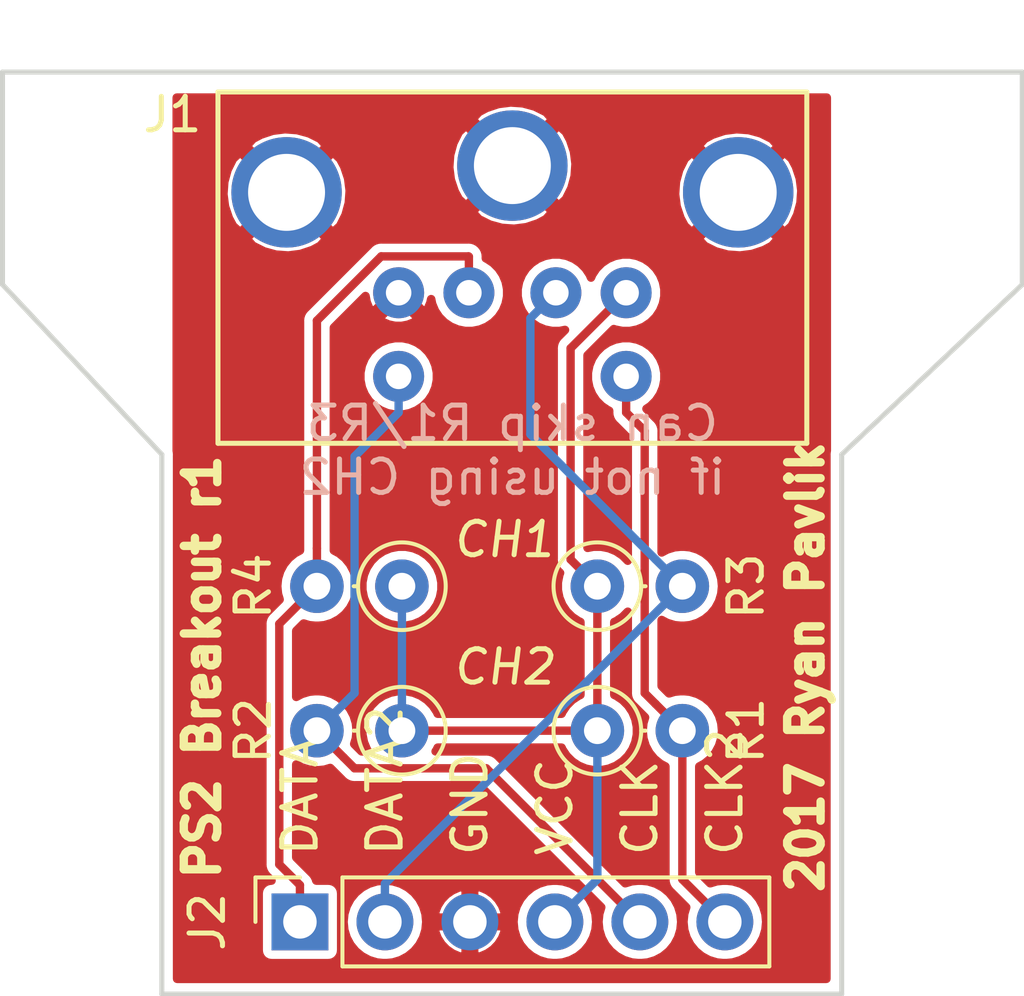
<source format=kicad_pcb>
(kicad_pcb (version 20171130) (host pcbnew 5.1.4+dfsg1-1~bpo10+1)

  (general
    (thickness 1.6)
    (drawings 19)
    (tracks 41)
    (zones 0)
    (modules 6)
    (nets 7)
  )

  (page USLetter)
  (title_block
    (title "PS/2 Breakout Board")
    (date 2017-07-17)
    (rev 1)
    (company "Ryan Pavlik")
  )

  (layers
    (0 F.Cu signal)
    (31 B.Cu signal)
    (32 B.Adhes user)
    (33 F.Adhes user)
    (34 B.Paste user)
    (35 F.Paste user)
    (36 B.SilkS user hide)
    (37 F.SilkS user hide)
    (38 B.Mask user)
    (39 F.Mask user)
    (40 Dwgs.User user)
    (41 Cmts.User user)
    (42 Eco1.User user)
    (43 Eco2.User user)
    (44 Edge.Cuts user)
    (45 Margin user)
    (46 B.CrtYd user)
    (47 F.CrtYd user)
    (48 B.Fab user)
    (49 F.Fab user)
  )

  (setup
    (last_trace_width 0.25)
    (trace_clearance 0.2)
    (zone_clearance 0.254)
    (zone_45_only no)
    (trace_min 0.11)
    (via_size 0.6)
    (via_drill 0.4)
    (via_min_size 0.4572)
    (via_min_drill 0.2032)
    (uvia_size 0.3)
    (uvia_drill 0.1)
    (uvias_allowed no)
    (uvia_min_size 0.0254)
    (uvia_min_drill 0.0254)
    (edge_width 0.15)
    (segment_width 0.2)
    (pcb_text_width 0.3)
    (pcb_text_size 1.5 1.5)
    (mod_edge_width 0.15)
    (mod_text_size 1 1)
    (mod_text_width 0.15)
    (pad_size 1.524 1.524)
    (pad_drill 0.762)
    (pad_to_mask_clearance 0.11)
    (solder_mask_min_width 0.11)
    (aux_axis_origin 0 0)
    (visible_elements 7FFFFF7F)
    (pcbplotparams
      (layerselection 0x010f0_80000001)
      (usegerberextensions false)
      (usegerberattributes false)
      (usegerberadvancedattributes false)
      (creategerberjobfile false)
      (excludeedgelayer true)
      (linewidth 0.100000)
      (plotframeref false)
      (viasonmask false)
      (mode 1)
      (useauxorigin false)
      (hpglpennumber 1)
      (hpglpenspeed 20)
      (hpglpendiameter 15.000000)
      (psnegative false)
      (psa4output false)
      (plotreference true)
      (plotvalue true)
      (plotinvisibletext false)
      (padsonsilk false)
      (subtractmaskfromsilk false)
      (outputformat 1)
      (mirror false)
      (drillshape 0)
      (scaleselection 1)
      (outputdirectory "ps2-breakout-gerbers"))
  )

  (net 0 "")
  (net 1 GND)
  (net 2 /CLK)
  (net 3 /CLK2)
  (net 4 /DATA)
  (net 5 /DATA2)
  (net 6 VCC)

  (net_class Default "This is the default net class."
    (clearance 0.2)
    (trace_width 0.25)
    (via_dia 0.6)
    (via_drill 0.4)
    (uvia_dia 0.3)
    (uvia_drill 0.1)
    (add_net /CLK)
    (add_net /CLK2)
    (add_net /DATA)
    (add_net /DATA2)
    (add_net GND)
    (add_net VCC)
  )

  (module PS2_mini_din_6:MINI-DIN-6-FULL-SHIELD (layer F.Cu) (tedit 5D93B244) (tstamp 596CDC85)
    (at 151.13 108.585)
    (path /596CD6A0)
    (fp_text reference J1 (at -10.16 3.175) (layer F.SilkS)
      (effects (font (size 1 1) (thickness 0.15)))
    )
    (fp_text value PS2-MINIDIN6-FEMALE (at 0.15 1.325) (layer F.Fab) hide
      (effects (font (size 1 1) (thickness 0.15)))
    )
    (fp_line (start -9 13.2) (end -9 0) (layer F.CrtYd) (width 0.15))
    (fp_line (start -9 0) (end 9.25 0) (layer F.CrtYd) (width 0.15))
    (fp_line (start 9.25 13.2) (end -9 13.2) (layer F.CrtYd) (width 0.15))
    (fp_line (start -8.8 2.5) (end 8.8 2.5) (layer F.SilkS) (width 0.15))
    (fp_line (start 8.8 2.5) (end 8.8 13) (layer F.SilkS) (width 0.15))
    (fp_line (start 8.8 13) (end -8.8 13) (layer F.SilkS) (width 0.15))
    (fp_line (start -8.8 13) (end -8.8 2.5) (layer F.SilkS) (width 0.15))
    (fp_line (start 9.25 0) (end 9.25 13.2) (layer F.CrtYd) (width 0.15))
    (pad 7 thru_hole circle (at 0 4.7) (size 3.3 3.3) (drill 2.3) (layers *.Cu *.Mask)
      (net 1 GND))
    (pad 1 thru_hole circle (at -1.3 8.5) (size 1.524 1.524) (drill 0.762) (layers *.Cu *.Mask)
      (net 4 /DATA))
    (pad 2 thru_hole circle (at 1.3 8.5) (size 1.524 1.524) (drill 0.762) (layers *.Cu *.Mask)
      (net 5 /DATA2))
    (pad 5 thru_hole circle (at -3.4 11) (size 1.524 1.524) (drill 0.762) (layers *.Cu *.Mask)
      (net 2 /CLK))
    (pad 3 thru_hole circle (at -3.4 8.5) (size 1.524 1.524) (drill 0.762) (layers *.Cu *.Mask)
      (net 1 GND))
    (pad 6 thru_hole circle (at 3.4 11) (size 1.524 1.524) (drill 0.762) (layers *.Cu *.Mask)
      (net 3 /CLK2))
    (pad 4 thru_hole circle (at 3.4 8.5) (size 1.524 1.524) (drill 0.762) (layers *.Cu *.Mask)
      (net 6 VCC))
    (pad 7 thru_hole circle (at 6.75 5.5) (size 3.3 3.3) (drill 2.3) (layers *.Cu *.Mask)
      (net 1 GND))
    (pad 7 thru_hole circle (at -6.75 5.5) (size 3.3 3.3) (drill 2.3) (layers *.Cu *.Mask)
      (net 1 GND))
  )

  (module Connector_PinSocket_2.54mm:PinSocket_1x06_P2.54mm_Vertical (layer F.Cu) (tedit 5A19A430) (tstamp 5D940587)
    (at 144.78 135.89 90)
    (descr "Through hole straight socket strip, 1x06, 2.54mm pitch, single row (from Kicad 4.0.7), script generated")
    (tags "Through hole socket strip THT 1x06 2.54mm single row")
    (path /5D9CAEBD)
    (fp_text reference J2 (at 0 -2.77 90) (layer F.SilkS)
      (effects (font (size 1 1) (thickness 0.15)))
    )
    (fp_text value Conn_01x06_Male (at 0 15.47 90) (layer F.Fab) hide
      (effects (font (size 1 1) (thickness 0.15)))
    )
    (fp_text user %R (at 0 6.35) (layer F.Fab)
      (effects (font (size 1 1) (thickness 0.15)))
    )
    (fp_line (start -1.8 14.45) (end -1.8 -1.8) (layer F.CrtYd) (width 0.05))
    (fp_line (start 1.75 14.45) (end -1.8 14.45) (layer F.CrtYd) (width 0.05))
    (fp_line (start 1.75 -1.8) (end 1.75 14.45) (layer F.CrtYd) (width 0.05))
    (fp_line (start -1.8 -1.8) (end 1.75 -1.8) (layer F.CrtYd) (width 0.05))
    (fp_line (start 0 -1.33) (end 1.33 -1.33) (layer F.SilkS) (width 0.12))
    (fp_line (start 1.33 -1.33) (end 1.33 0) (layer F.SilkS) (width 0.12))
    (fp_line (start 1.33 1.27) (end 1.33 14.03) (layer F.SilkS) (width 0.12))
    (fp_line (start -1.33 14.03) (end 1.33 14.03) (layer F.SilkS) (width 0.12))
    (fp_line (start -1.33 1.27) (end -1.33 14.03) (layer F.SilkS) (width 0.12))
    (fp_line (start -1.33 1.27) (end 1.33 1.27) (layer F.SilkS) (width 0.12))
    (fp_line (start -1.27 13.97) (end -1.27 -1.27) (layer F.Fab) (width 0.1))
    (fp_line (start 1.27 13.97) (end -1.27 13.97) (layer F.Fab) (width 0.1))
    (fp_line (start 1.27 -0.635) (end 1.27 13.97) (layer F.Fab) (width 0.1))
    (fp_line (start 0.635 -1.27) (end 1.27 -0.635) (layer F.Fab) (width 0.1))
    (fp_line (start -1.27 -1.27) (end 0.635 -1.27) (layer F.Fab) (width 0.1))
    (pad 6 thru_hole oval (at 0 12.7 90) (size 1.7 1.7) (drill 1) (layers *.Cu *.Mask)
      (net 3 /CLK2))
    (pad 5 thru_hole oval (at 0 10.16 90) (size 1.7 1.7) (drill 1) (layers *.Cu *.Mask)
      (net 2 /CLK))
    (pad 4 thru_hole oval (at 0 7.62 90) (size 1.7 1.7) (drill 1) (layers *.Cu *.Mask)
      (net 6 VCC))
    (pad 3 thru_hole oval (at 0 5.08 90) (size 1.7 1.7) (drill 1) (layers *.Cu *.Mask)
      (net 1 GND))
    (pad 2 thru_hole oval (at 0 2.54 90) (size 1.7 1.7) (drill 1) (layers *.Cu *.Mask)
      (net 5 /DATA2))
    (pad 1 thru_hole rect (at 0 0 90) (size 1.7 1.7) (drill 1) (layers *.Cu *.Mask)
      (net 4 /DATA))
    (model ${KISYS3DMOD}/Connector_PinSocket_2.54mm.3dshapes/PinSocket_1x06_P2.54mm_Vertical.wrl
      (at (xyz 0 0 0))
      (scale (xyz 1 1 1))
      (rotate (xyz 0 0 0))
    )
  )

  (module Resistors_ThroughHole:R_Axial_DIN0207_L6.3mm_D2.5mm_P2.54mm_Vertical (layer F.Cu) (tedit 596CDDE5) (tstamp 596CDCA1)
    (at 153.67 125.857)
    (descr "Resistor, Axial_DIN0207 series, Axial, Vertical, pin pitch=2.54mm, 0.25W = 1/4W, length*diameter=6.3*2.5mm^2, http://cdn-reichelt.de/documents/datenblatt/B400/1_4W%23YAG.pdf")
    (tags "Resistor Axial_DIN0207 series Axial Vertical pin pitch 2.54mm 0.25W = 1/4W length 6.3mm diameter 2.5mm")
    (path /596CD98C)
    (fp_text reference R3 (at 4.445 0 270) (layer F.SilkS)
      (effects (font (size 1 1) (thickness 0.15)))
    )
    (fp_text value 10K (at 1.27 2.31 180) (layer F.Fab) hide
      (effects (font (size 1 1) (thickness 0.15)))
    )
    (fp_circle (center 0 0) (end 1.25 0) (layer F.Fab) (width 0.1))
    (fp_circle (center 0 0) (end 1.31 0) (layer F.SilkS) (width 0.12))
    (fp_line (start 0 0) (end 2.54 0) (layer F.Fab) (width 0.1))
    (fp_line (start 1.31 0) (end 1.44 0) (layer F.SilkS) (width 0.12))
    (fp_line (start -1.6 -1.6) (end -1.6 1.6) (layer F.CrtYd) (width 0.05))
    (fp_line (start -1.6 1.6) (end 3.65 1.6) (layer F.CrtYd) (width 0.05))
    (fp_line (start 3.65 1.6) (end 3.65 -1.6) (layer F.CrtYd) (width 0.05))
    (fp_line (start 3.65 -1.6) (end -1.6 -1.6) (layer F.CrtYd) (width 0.05))
    (pad 1 thru_hole circle (at 0 0) (size 1.6 1.6) (drill 0.8) (layers *.Cu *.Mask)
      (net 6 VCC))
    (pad 2 thru_hole oval (at 2.54 0) (size 1.6 1.6) (drill 0.8) (layers *.Cu *.Mask)
      (net 5 /DATA2))
    (model Resistors_THT.3dshapes/R_Axial_DIN0207_L6.3mm_D2.5mm_P2.54mm_Vertical.wrl
      (at (xyz 0 0 0))
      (scale (xyz 0.393701 0.393701 0.393701))
      (rotate (xyz 0 0 0))
    )
  )

  (module Resistors_ThroughHole:R_Axial_DIN0207_L6.3mm_D2.5mm_P2.54mm_Vertical (layer F.Cu) (tedit 596CDDAB) (tstamp 596CDC95)
    (at 153.67 130.175)
    (descr "Resistor, Axial_DIN0207 series, Axial, Vertical, pin pitch=2.54mm, 0.25W = 1/4W, length*diameter=6.3*2.5mm^2, http://cdn-reichelt.de/documents/datenblatt/B400/1_4W%23YAG.pdf")
    (tags "Resistor Axial_DIN0207 series Axial Vertical pin pitch 2.54mm 0.25W = 1/4W length 6.3mm diameter 2.5mm")
    (path /596CDA17)
    (fp_text reference R1 (at 4.445 0 90) (layer F.SilkS)
      (effects (font (size 1 1) (thickness 0.15)))
    )
    (fp_text value 10K (at 1.27 -1.905) (layer F.Fab) hide
      (effects (font (size 1 1) (thickness 0.15)))
    )
    (fp_circle (center 0 0) (end 1.25 0) (layer F.Fab) (width 0.1))
    (fp_circle (center 0 0) (end 1.31 0) (layer F.SilkS) (width 0.12))
    (fp_line (start 0 0) (end 2.54 0) (layer F.Fab) (width 0.1))
    (fp_line (start 1.31 0) (end 1.44 0) (layer F.SilkS) (width 0.12))
    (fp_line (start -1.6 -1.6) (end -1.6 1.6) (layer F.CrtYd) (width 0.05))
    (fp_line (start -1.6 1.6) (end 3.65 1.6) (layer F.CrtYd) (width 0.05))
    (fp_line (start 3.65 1.6) (end 3.65 -1.6) (layer F.CrtYd) (width 0.05))
    (fp_line (start 3.65 -1.6) (end -1.6 -1.6) (layer F.CrtYd) (width 0.05))
    (pad 1 thru_hole circle (at 0 0) (size 1.6 1.6) (drill 0.8) (layers *.Cu *.Mask)
      (net 6 VCC))
    (pad 2 thru_hole oval (at 2.54 0) (size 1.6 1.6) (drill 0.8) (layers *.Cu *.Mask)
      (net 3 /CLK2))
    (model Resistors_THT.3dshapes/R_Axial_DIN0207_L6.3mm_D2.5mm_P2.54mm_Vertical.wrl
      (at (xyz 0 0 0))
      (scale (xyz 0.393701 0.393701 0.393701))
      (rotate (xyz 0 0 0))
    )
  )

  (module Resistors_ThroughHole:R_Axial_DIN0207_L6.3mm_D2.5mm_P2.54mm_Vertical (layer F.Cu) (tedit 596CDDA3) (tstamp 596CDC9B)
    (at 147.828 130.175 180)
    (descr "Resistor, Axial_DIN0207 series, Axial, Vertical, pin pitch=2.54mm, 0.25W = 1/4W, length*diameter=6.3*2.5mm^2, http://cdn-reichelt.de/documents/datenblatt/B400/1_4W%23YAG.pdf")
    (tags "Resistor Axial_DIN0207 series Axial Vertical pin pitch 2.54mm 0.25W = 1/4W length 6.3mm diameter 2.5mm")
    (path /596CDA3E)
    (fp_text reference R2 (at 4.445 0 90) (layer F.SilkS)
      (effects (font (size 1 1) (thickness 0.15)))
    )
    (fp_text value 10K (at 1.27 -1.905 180) (layer F.Fab) hide
      (effects (font (size 1 1) (thickness 0.15)))
    )
    (fp_circle (center 0 0) (end 1.25 0) (layer F.Fab) (width 0.1))
    (fp_circle (center 0 0) (end 1.31 0) (layer F.SilkS) (width 0.12))
    (fp_line (start 0 0) (end 2.54 0) (layer F.Fab) (width 0.1))
    (fp_line (start 1.31 0) (end 1.44 0) (layer F.SilkS) (width 0.12))
    (fp_line (start -1.6 -1.6) (end -1.6 1.6) (layer F.CrtYd) (width 0.05))
    (fp_line (start -1.6 1.6) (end 3.65 1.6) (layer F.CrtYd) (width 0.05))
    (fp_line (start 3.65 1.6) (end 3.65 -1.6) (layer F.CrtYd) (width 0.05))
    (fp_line (start 3.65 -1.6) (end -1.6 -1.6) (layer F.CrtYd) (width 0.05))
    (pad 1 thru_hole circle (at 0 0 180) (size 1.6 1.6) (drill 0.8) (layers *.Cu *.Mask)
      (net 6 VCC))
    (pad 2 thru_hole oval (at 2.54 0 180) (size 1.6 1.6) (drill 0.8) (layers *.Cu *.Mask)
      (net 2 /CLK))
    (model Resistors_THT.3dshapes/R_Axial_DIN0207_L6.3mm_D2.5mm_P2.54mm_Vertical.wrl
      (at (xyz 0 0 0))
      (scale (xyz 0.393701 0.393701 0.393701))
      (rotate (xyz 0 0 0))
    )
  )

  (module Resistors_ThroughHole:R_Axial_DIN0207_L6.3mm_D2.5mm_P2.54mm_Vertical (layer F.Cu) (tedit 596CDDE8) (tstamp 596CDCA7)
    (at 147.828 125.857 180)
    (descr "Resistor, Axial_DIN0207 series, Axial, Vertical, pin pitch=2.54mm, 0.25W = 1/4W, length*diameter=6.3*2.5mm^2, http://cdn-reichelt.de/documents/datenblatt/B400/1_4W%23YAG.pdf")
    (tags "Resistor Axial_DIN0207 series Axial Vertical pin pitch 2.54mm 0.25W = 1/4W length 6.3mm diameter 2.5mm")
    (path /596CD937)
    (fp_text reference R4 (at 4.445 0 270) (layer F.SilkS)
      (effects (font (size 1 1) (thickness 0.15)))
    )
    (fp_text value 10K (at 1.27 2.31 180) (layer F.Fab) hide
      (effects (font (size 1 1) (thickness 0.15)))
    )
    (fp_circle (center 0 0) (end 1.25 0) (layer F.Fab) (width 0.1))
    (fp_circle (center 0 0) (end 1.31 0) (layer F.SilkS) (width 0.12))
    (fp_line (start 0 0) (end 2.54 0) (layer F.Fab) (width 0.1))
    (fp_line (start 1.31 0) (end 1.44 0) (layer F.SilkS) (width 0.12))
    (fp_line (start -1.6 -1.6) (end -1.6 1.6) (layer F.CrtYd) (width 0.05))
    (fp_line (start -1.6 1.6) (end 3.65 1.6) (layer F.CrtYd) (width 0.05))
    (fp_line (start 3.65 1.6) (end 3.65 -1.6) (layer F.CrtYd) (width 0.05))
    (fp_line (start 3.65 -1.6) (end -1.6 -1.6) (layer F.CrtYd) (width 0.05))
    (pad 1 thru_hole circle (at 0 0 180) (size 1.6 1.6) (drill 0.8) (layers *.Cu *.Mask)
      (net 6 VCC))
    (pad 2 thru_hole oval (at 2.54 0 180) (size 1.6 1.6) (drill 0.8) (layers *.Cu *.Mask)
      (net 4 /DATA))
    (model Resistors_THT.3dshapes/R_Axial_DIN0207_L6.3mm_D2.5mm_P2.54mm_Vertical.wrl
      (at (xyz 0 0 0))
      (scale (xyz 0.393701 0.393701 0.393701))
      (rotate (xyz 0 0 0))
    )
  )

  (gr_line (start 140.6525 121.92) (end 140.6525 138.049) (layer Edge.Cuts) (width 0.15))
  (gr_line (start 135.89 116.84) (end 140.6525 121.92) (layer Edge.Cuts) (width 0.15))
  (gr_line (start 160.9725 121.92) (end 160.9725 138.049) (layer Edge.Cuts) (width 0.15))
  (gr_line (start 166.37 116.84) (end 160.9725 121.92) (layer Edge.Cuts) (width 0.15))
  (gr_text "2017 Ryan Pavlik" (at 159.893 128.27 90) (layer F.SilkS) (tstamp 596D00D3)
    (effects (font (size 1 1) (thickness 0.25)))
  )
  (gr_text "Can skip R1/R3\nif not using CH2" (at 151.13 121.793) (layer B.SilkS)
    (effects (font (size 1 1) (thickness 0.15)) (justify mirror))
  )
  (gr_text "CH2\n" (at 150.876 128.27) (layer F.SilkS) (tstamp 596CFA16)
    (effects (font (size 1 1) (thickness 0.15) italic))
  )
  (gr_line (start 166.37 116.84) (end 166.37 110.49) (layer Edge.Cuts) (width 0.15))
  (gr_line (start 140.6525 138.049) (end 160.9725 138.049) (layer Edge.Cuts) (width 0.15))
  (gr_line (start 135.89 110.49) (end 135.89 116.84) (layer Edge.Cuts) (width 0.15))
  (gr_line (start 166.37 110.49) (end 135.89 110.49) (layer Edge.Cuts) (width 0.15))
  (gr_text "PS2 Breakout r1" (at 141.859 128.27 90) (layer F.SilkS)
    (effects (font (size 1 1) (thickness 0.25)))
  )
  (gr_text CH1 (at 150.876 124.46) (layer F.SilkS)
    (effects (font (size 1 1) (thickness 0.15) italic))
  )
  (gr_text DATA (at 144.78 133.985 90) (layer F.SilkS) (tstamp 596CE29B)
    (effects (font (size 1 1) (thickness 0.15)) (justify left))
  )
  (gr_text DATA2 (at 147.32 133.985 90) (layer F.SilkS) (tstamp 596CE299)
    (effects (font (size 1 1) (thickness 0.15)) (justify left))
  )
  (gr_text GND (at 149.86 133.985 90) (layer F.SilkS) (tstamp 596CE296)
    (effects (font (size 1 1) (thickness 0.15)) (justify left))
  )
  (gr_text VCC (at 152.4 133.985 90) (layer F.SilkS) (tstamp 596CE290)
    (effects (font (size 1 1) (thickness 0.15)) (justify left))
  )
  (gr_text CLK (at 154.94 133.985 90) (layer F.SilkS) (tstamp 596CE0A3)
    (effects (font (size 1 1) (thickness 0.15)) (justify left))
  )
  (gr_text CLK2 (at 157.48 133.985 90) (layer F.SilkS)
    (effects (font (size 1 1) (thickness 0.15)) (justify left))
  )

  (segment (start 146.087999 129.375001) (end 145.288 130.175) (width 0.25) (layer B.Cu) (net 2))
  (segment (start 146.413001 129.049999) (end 146.087999 129.375001) (width 0.25) (layer B.Cu) (net 2))
  (segment (start 146.413001 121.979629) (end 146.413001 129.049999) (width 0.25) (layer B.Cu) (net 2))
  (segment (start 147.73 120.66263) (end 146.413001 121.979629) (width 0.25) (layer B.Cu) (net 2))
  (segment (start 147.73 119.585) (end 147.73 120.66263) (width 0.25) (layer B.Cu) (net 2))
  (segment (start 146.087999 130.974999) (end 145.288 130.175) (width 0.25) (layer F.Cu) (net 2))
  (segment (start 150.350001 131.300001) (end 146.413001 131.300001) (width 0.25) (layer F.Cu) (net 2))
  (segment (start 146.413001 131.300001) (end 146.087999 130.974999) (width 0.25) (layer F.Cu) (net 2))
  (segment (start 154.94 135.89) (end 150.350001 131.300001) (width 0.25) (layer F.Cu) (net 2))
  (segment (start 155.410001 129.375001) (end 156.21 130.175) (width 0.25) (layer F.Cu) (net 3))
  (segment (start 155.084999 129.049999) (end 155.410001 129.375001) (width 0.25) (layer F.Cu) (net 3))
  (segment (start 155.084999 121.217629) (end 155.084999 129.049999) (width 0.25) (layer F.Cu) (net 3))
  (segment (start 154.53 120.66263) (end 155.084999 121.217629) (width 0.25) (layer F.Cu) (net 3))
  (segment (start 154.53 119.585) (end 154.53 120.66263) (width 0.25) (layer F.Cu) (net 3))
  (segment (start 156.21 134.62) (end 157.48 135.89) (width 0.25) (layer F.Cu) (net 3))
  (segment (start 156.21 130.175) (end 156.21 134.62) (width 0.25) (layer F.Cu) (net 3))
  (segment (start 144.78 134.79) (end 144.78 135.89) (width 0.25) (layer F.Cu) (net 4))
  (segment (start 144.162999 134.172999) (end 144.78 134.79) (width 0.25) (layer F.Cu) (net 4))
  (segment (start 144.162999 126.982001) (end 144.162999 134.172999) (width 0.25) (layer F.Cu) (net 4))
  (segment (start 145.288 125.857) (end 144.162999 126.982001) (width 0.25) (layer F.Cu) (net 4))
  (segment (start 145.288 124.72563) (end 145.288 125.857) (width 0.25) (layer F.Cu) (net 4))
  (segment (start 145.288 117.918238) (end 145.288 124.72563) (width 0.25) (layer F.Cu) (net 4))
  (segment (start 147.208239 115.997999) (end 145.288 117.918238) (width 0.25) (layer F.Cu) (net 4))
  (segment (start 149.820629 115.997999) (end 147.208239 115.997999) (width 0.25) (layer F.Cu) (net 4))
  (segment (start 149.83 116.00737) (end 149.820629 115.997999) (width 0.25) (layer F.Cu) (net 4))
  (segment (start 149.83 117.085) (end 149.83 116.00737) (width 0.25) (layer F.Cu) (net 4))
  (segment (start 152.43 117.445) (end 152.43 117.085) (width 0.25) (layer F.Cu) (net 5) (status 30))
  (segment (start 155.410001 125.057001) (end 156.21 125.857) (width 0.25) (layer B.Cu) (net 5))
  (segment (start 151.668001 117.846999) (end 151.668001 121.315001) (width 0.25) (layer B.Cu) (net 5))
  (segment (start 151.668001 121.315001) (end 155.410001 125.057001) (width 0.25) (layer B.Cu) (net 5))
  (segment (start 152.43 117.085) (end 151.668001 117.846999) (width 0.25) (layer B.Cu) (net 5))
  (segment (start 147.32 134.747) (end 147.32 135.89) (width 0.25) (layer B.Cu) (net 5))
  (segment (start 156.21 125.857) (end 147.32 134.747) (width 0.25) (layer B.Cu) (net 5))
  (segment (start 152.870001 118.744999) (end 152.870001 125.057001) (width 0.25) (layer F.Cu) (net 6))
  (segment (start 152.870001 125.057001) (end 153.67 125.857) (width 0.25) (layer F.Cu) (net 6))
  (segment (start 154.53 117.085) (end 152.870001 118.744999) (width 0.25) (layer F.Cu) (net 6))
  (segment (start 153.67 130.175) (end 153.67 125.857) (width 0.25) (layer F.Cu) (net 6))
  (segment (start 153.67 130.175) (end 147.828 130.175) (width 0.25) (layer F.Cu) (net 6))
  (segment (start 153.67 134.62) (end 152.4 135.89) (width 0.25) (layer B.Cu) (net 6))
  (segment (start 153.67 130.175) (end 153.67 134.62) (width 0.25) (layer B.Cu) (net 6))
  (segment (start 147.828 130.175) (end 147.828 125.857) (width 0.25) (layer B.Cu) (net 6))

  (zone (net 1) (net_name GND) (layer F.Cu) (tstamp 5D9409B0) (hatch edge 0.508)
    (connect_pads (clearance 0.254))
    (min_thickness 0.254)
    (fill yes (arc_segments 16) (thermal_gap 0.1016) (thermal_bridge_width 0.508))
    (polygon
      (pts
        (xy 160.655 111.125) (xy 160.655 137.795) (xy 140.97 137.795) (xy 140.97 111.125)
      )
    )
    (filled_polygon
      (pts
        (xy 160.528 121.811138) (xy 160.526013 121.817039) (xy 160.525122 121.823938) (xy 160.523098 121.830609) (xy 160.519371 121.868446)
        (xy 160.514504 121.906122) (xy 160.5165 121.935479) (xy 160.516501 137.593) (xy 141.1085 137.593) (xy 141.1085 135.04)
        (xy 143.547157 135.04) (xy 143.547157 136.74) (xy 143.554513 136.814689) (xy 143.576299 136.886508) (xy 143.611678 136.952696)
        (xy 143.659289 137.010711) (xy 143.717304 137.058322) (xy 143.783492 137.093701) (xy 143.855311 137.115487) (xy 143.93 137.122843)
        (xy 145.63 137.122843) (xy 145.704689 137.115487) (xy 145.776508 137.093701) (xy 145.842696 137.058322) (xy 145.900711 137.010711)
        (xy 145.948322 136.952696) (xy 145.983701 136.886508) (xy 146.005487 136.814689) (xy 146.012843 136.74) (xy 146.012843 135.89)
        (xy 146.083044 135.89) (xy 146.106812 136.131318) (xy 146.177202 136.363363) (xy 146.291509 136.577216) (xy 146.44534 136.76466)
        (xy 146.632784 136.918491) (xy 146.846637 137.032798) (xy 147.078682 137.103188) (xy 147.259528 137.121) (xy 147.380472 137.121)
        (xy 147.561318 137.103188) (xy 147.793363 137.032798) (xy 148.007216 136.918491) (xy 148.19466 136.76466) (xy 148.348491 136.577216)
        (xy 148.462798 136.363363) (xy 148.517512 136.182994) (xy 148.82195 136.182994) (xy 148.899056 136.379878) (xy 149.013091 136.557936)
        (xy 149.159672 136.710326) (xy 149.333166 136.831191) (xy 149.526906 136.915886) (xy 149.567007 136.928043) (xy 149.733 136.903524)
        (xy 149.733 136.017) (xy 149.987 136.017) (xy 149.987 136.903524) (xy 150.152993 136.928043) (xy 150.193094 136.915886)
        (xy 150.386834 136.831191) (xy 150.560328 136.710326) (xy 150.706909 136.557936) (xy 150.820944 136.379878) (xy 150.89805 136.182994)
        (xy 150.873954 136.017) (xy 149.987 136.017) (xy 149.733 136.017) (xy 148.846046 136.017) (xy 148.82195 136.182994)
        (xy 148.517512 136.182994) (xy 148.533188 136.131318) (xy 148.556956 135.89) (xy 151.163044 135.89) (xy 151.186812 136.131318)
        (xy 151.257202 136.363363) (xy 151.371509 136.577216) (xy 151.52534 136.76466) (xy 151.712784 136.918491) (xy 151.926637 137.032798)
        (xy 152.158682 137.103188) (xy 152.339528 137.121) (xy 152.460472 137.121) (xy 152.641318 137.103188) (xy 152.873363 137.032798)
        (xy 153.087216 136.918491) (xy 153.27466 136.76466) (xy 153.428491 136.577216) (xy 153.542798 136.363363) (xy 153.613188 136.131318)
        (xy 153.636956 135.89) (xy 153.613188 135.648682) (xy 153.542798 135.416637) (xy 153.428491 135.202784) (xy 153.27466 135.01534)
        (xy 153.087216 134.861509) (xy 152.873363 134.747202) (xy 152.641318 134.676812) (xy 152.460472 134.659) (xy 152.339528 134.659)
        (xy 152.158682 134.676812) (xy 151.926637 134.747202) (xy 151.712784 134.861509) (xy 151.52534 135.01534) (xy 151.371509 135.202784)
        (xy 151.257202 135.416637) (xy 151.186812 135.648682) (xy 151.163044 135.89) (xy 148.556956 135.89) (xy 148.533188 135.648682)
        (xy 148.517513 135.597006) (xy 148.82195 135.597006) (xy 148.846046 135.763) (xy 149.733 135.763) (xy 149.733 134.876476)
        (xy 149.987 134.876476) (xy 149.987 135.763) (xy 150.873954 135.763) (xy 150.89805 135.597006) (xy 150.820944 135.400122)
        (xy 150.706909 135.222064) (xy 150.560328 135.069674) (xy 150.386834 134.948809) (xy 150.193094 134.864114) (xy 150.152993 134.851957)
        (xy 149.987 134.876476) (xy 149.733 134.876476) (xy 149.567007 134.851957) (xy 149.526906 134.864114) (xy 149.333166 134.948809)
        (xy 149.159672 135.069674) (xy 149.013091 135.222064) (xy 148.899056 135.400122) (xy 148.82195 135.597006) (xy 148.517513 135.597006)
        (xy 148.462798 135.416637) (xy 148.348491 135.202784) (xy 148.19466 135.01534) (xy 148.007216 134.861509) (xy 147.793363 134.747202)
        (xy 147.561318 134.676812) (xy 147.380472 134.659) (xy 147.259528 134.659) (xy 147.078682 134.676812) (xy 146.846637 134.747202)
        (xy 146.632784 134.861509) (xy 146.44534 135.01534) (xy 146.291509 135.202784) (xy 146.177202 135.416637) (xy 146.106812 135.648682)
        (xy 146.083044 135.89) (xy 146.012843 135.89) (xy 146.012843 135.04) (xy 146.005487 134.965311) (xy 145.983701 134.893492)
        (xy 145.948322 134.827304) (xy 145.900711 134.769289) (xy 145.842696 134.721678) (xy 145.776508 134.686299) (xy 145.704689 134.664513)
        (xy 145.63 134.657157) (xy 145.268471 134.657157) (xy 145.249745 134.595425) (xy 145.202759 134.507521) (xy 145.139527 134.430473)
        (xy 145.12022 134.414628) (xy 144.668999 133.963408) (xy 144.668999 131.183259) (xy 144.833864 131.271381) (xy 145.056484 131.338912)
        (xy 145.229984 131.356) (xy 145.346016 131.356) (xy 145.519516 131.338912) (xy 145.68586 131.288452) (xy 145.747777 131.350369)
        (xy 145.747783 131.350374) (xy 146.037625 131.640216) (xy 146.053474 131.659528) (xy 146.130522 131.72276) (xy 146.218426 131.769746)
        (xy 146.313807 131.798679) (xy 146.323695 131.799653) (xy 146.388147 131.806001) (xy 146.388154 131.806001) (xy 146.413 131.808448)
        (xy 146.437846 131.806001) (xy 150.14041 131.806001) (xy 153.786459 135.452051) (xy 153.726812 135.648682) (xy 153.703044 135.89)
        (xy 153.726812 136.131318) (xy 153.797202 136.363363) (xy 153.911509 136.577216) (xy 154.06534 136.76466) (xy 154.252784 136.918491)
        (xy 154.466637 137.032798) (xy 154.698682 137.103188) (xy 154.879528 137.121) (xy 155.000472 137.121) (xy 155.181318 137.103188)
        (xy 155.413363 137.032798) (xy 155.627216 136.918491) (xy 155.81466 136.76466) (xy 155.968491 136.577216) (xy 156.082798 136.363363)
        (xy 156.153188 136.131318) (xy 156.176956 135.89) (xy 156.153188 135.648682) (xy 156.082798 135.416637) (xy 155.968491 135.202784)
        (xy 155.81466 135.01534) (xy 155.627216 134.861509) (xy 155.413363 134.747202) (xy 155.181318 134.676812) (xy 155.000472 134.659)
        (xy 154.879528 134.659) (xy 154.698682 134.676812) (xy 154.502051 134.736459) (xy 150.725377 130.959786) (xy 150.709528 130.940474)
        (xy 150.63248 130.877242) (xy 150.544576 130.830256) (xy 150.449194 130.801323) (xy 150.374855 130.794001) (xy 150.374847 130.794001)
        (xy 150.350001 130.791554) (xy 150.325155 130.794001) (xy 148.834773 130.794001) (xy 148.874588 130.734413) (xy 148.896712 130.681)
        (xy 152.601288 130.681) (xy 152.623412 130.734413) (xy 152.752658 130.927843) (xy 152.917157 131.092342) (xy 153.110587 131.221588)
        (xy 153.325515 131.310614) (xy 153.553682 131.356) (xy 153.786318 131.356) (xy 154.014485 131.310614) (xy 154.229413 131.221588)
        (xy 154.422843 131.092342) (xy 154.587342 130.927843) (xy 154.716588 130.734413) (xy 154.805614 130.519485) (xy 154.851 130.291318)
        (xy 154.851 130.058682) (xy 154.805614 129.830515) (xy 154.716588 129.615587) (xy 154.587342 129.422157) (xy 154.422843 129.257658)
        (xy 154.229413 129.128412) (xy 154.176 129.106288) (xy 154.176 126.925712) (xy 154.229413 126.903588) (xy 154.422843 126.774342)
        (xy 154.579 126.618185) (xy 154.579 129.025143) (xy 154.576552 129.049999) (xy 154.586321 129.149191) (xy 154.615254 129.244573)
        (xy 154.637126 129.285491) (xy 154.662241 129.332478) (xy 154.725473 129.409526) (xy 154.74478 129.425371) (xy 155.096548 129.777139)
        (xy 155.046088 129.943484) (xy 155.023286 130.175) (xy 155.046088 130.406516) (xy 155.113619 130.629136) (xy 155.223283 130.834303)
        (xy 155.370866 131.014134) (xy 155.550697 131.161717) (xy 155.704 131.243659) (xy 155.704001 134.595144) (xy 155.701553 134.62)
        (xy 155.711322 134.719192) (xy 155.740255 134.814574) (xy 155.740256 134.814575) (xy 155.787242 134.902479) (xy 155.850474 134.979527)
        (xy 155.86978 134.995371) (xy 156.326459 135.452051) (xy 156.266812 135.648682) (xy 156.243044 135.89) (xy 156.266812 136.131318)
        (xy 156.337202 136.363363) (xy 156.451509 136.577216) (xy 156.60534 136.76466) (xy 156.792784 136.918491) (xy 157.006637 137.032798)
        (xy 157.238682 137.103188) (xy 157.419528 137.121) (xy 157.540472 137.121) (xy 157.721318 137.103188) (xy 157.953363 137.032798)
        (xy 158.167216 136.918491) (xy 158.35466 136.76466) (xy 158.508491 136.577216) (xy 158.622798 136.363363) (xy 158.693188 136.131318)
        (xy 158.716956 135.89) (xy 158.693188 135.648682) (xy 158.622798 135.416637) (xy 158.508491 135.202784) (xy 158.35466 135.01534)
        (xy 158.167216 134.861509) (xy 157.953363 134.747202) (xy 157.721318 134.676812) (xy 157.540472 134.659) (xy 157.419528 134.659)
        (xy 157.238682 134.676812) (xy 157.042051 134.736459) (xy 156.716 134.410409) (xy 156.716 131.243659) (xy 156.869303 131.161717)
        (xy 157.049134 131.014134) (xy 157.196717 130.834303) (xy 157.306381 130.629136) (xy 157.373912 130.406516) (xy 157.396714 130.175)
        (xy 157.373912 129.943484) (xy 157.306381 129.720864) (xy 157.196717 129.515697) (xy 157.049134 129.335866) (xy 156.869303 129.188283)
        (xy 156.664136 129.078619) (xy 156.441516 129.011088) (xy 156.268016 128.994) (xy 156.151984 128.994) (xy 155.978484 129.011088)
        (xy 155.812139 129.061548) (xy 155.590999 128.840408) (xy 155.590999 126.865259) (xy 155.755864 126.953381) (xy 155.978484 127.020912)
        (xy 156.151984 127.038) (xy 156.268016 127.038) (xy 156.441516 127.020912) (xy 156.664136 126.953381) (xy 156.869303 126.843717)
        (xy 157.049134 126.696134) (xy 157.196717 126.516303) (xy 157.306381 126.311136) (xy 157.373912 126.088516) (xy 157.396714 125.857)
        (xy 157.373912 125.625484) (xy 157.306381 125.402864) (xy 157.196717 125.197697) (xy 157.049134 125.017866) (xy 156.869303 124.870283)
        (xy 156.664136 124.760619) (xy 156.441516 124.693088) (xy 156.268016 124.676) (xy 156.151984 124.676) (xy 155.978484 124.693088)
        (xy 155.755864 124.760619) (xy 155.590999 124.848741) (xy 155.590999 121.242474) (xy 155.593446 121.217628) (xy 155.590999 121.192782)
        (xy 155.590999 121.192775) (xy 155.583677 121.118436) (xy 155.554744 121.023054) (xy 155.507758 120.93515) (xy 155.444526 120.858102)
        (xy 155.425219 120.842257) (xy 155.13703 120.554069) (xy 155.25862 120.472826) (xy 155.417826 120.31362) (xy 155.542913 120.126413)
        (xy 155.629075 119.918401) (xy 155.673 119.697576) (xy 155.673 119.472424) (xy 155.629075 119.251599) (xy 155.542913 119.043587)
        (xy 155.417826 118.85638) (xy 155.25862 118.697174) (xy 155.071413 118.572087) (xy 154.863401 118.485925) (xy 154.642576 118.442)
        (xy 154.417424 118.442) (xy 154.196599 118.485925) (xy 153.988587 118.572087) (xy 153.80138 118.697174) (xy 153.642174 118.85638)
        (xy 153.517087 119.043587) (xy 153.430925 119.251599) (xy 153.387 119.472424) (xy 153.387 119.697576) (xy 153.430925 119.918401)
        (xy 153.517087 120.126413) (xy 153.642174 120.31362) (xy 153.80138 120.472826) (xy 153.988587 120.597913) (xy 154.024001 120.612582)
        (xy 154.024001 120.637774) (xy 154.021553 120.66263) (xy 154.031322 120.761822) (xy 154.060255 120.857204) (xy 154.060256 120.857205)
        (xy 154.107242 120.945109) (xy 154.170474 121.022157) (xy 154.18978 121.038001) (xy 154.578999 121.427221) (xy 154.578999 125.095814)
        (xy 154.422843 124.939658) (xy 154.229413 124.810412) (xy 154.014485 124.721386) (xy 153.786318 124.676) (xy 153.553682 124.676)
        (xy 153.376001 124.711344) (xy 153.376001 118.95459) (xy 154.161185 118.169406) (xy 154.196599 118.184075) (xy 154.417424 118.228)
        (xy 154.642576 118.228) (xy 154.863401 118.184075) (xy 155.071413 118.097913) (xy 155.25862 117.972826) (xy 155.417826 117.81362)
        (xy 155.542913 117.626413) (xy 155.629075 117.418401) (xy 155.673 117.197576) (xy 155.673 116.972424) (xy 155.629075 116.751599)
        (xy 155.542913 116.543587) (xy 155.417826 116.35638) (xy 155.25862 116.197174) (xy 155.071413 116.072087) (xy 154.863401 115.985925)
        (xy 154.642576 115.942) (xy 154.417424 115.942) (xy 154.196599 115.985925) (xy 153.988587 116.072087) (xy 153.80138 116.197174)
        (xy 153.642174 116.35638) (xy 153.517087 116.543587) (xy 153.48 116.633122) (xy 153.442913 116.543587) (xy 153.317826 116.35638)
        (xy 153.15862 116.197174) (xy 152.971413 116.072087) (xy 152.763401 115.985925) (xy 152.542576 115.942) (xy 152.317424 115.942)
        (xy 152.096599 115.985925) (xy 151.888587 116.072087) (xy 151.70138 116.197174) (xy 151.542174 116.35638) (xy 151.417087 116.543587)
        (xy 151.330925 116.751599) (xy 151.287 116.972424) (xy 151.287 117.197576) (xy 151.330925 117.418401) (xy 151.417087 117.626413)
        (xy 151.542174 117.81362) (xy 151.70138 117.972826) (xy 151.888587 118.097913) (xy 152.096599 118.184075) (xy 152.317424 118.228)
        (xy 152.542576 118.228) (xy 152.703399 118.19601) (xy 152.529786 118.369623) (xy 152.510474 118.385472) (xy 152.447242 118.46252)
        (xy 152.400256 118.550425) (xy 152.371323 118.645807) (xy 152.364001 118.720146) (xy 152.364001 118.720153) (xy 152.361554 118.744999)
        (xy 152.364001 118.769845) (xy 152.364002 125.032145) (xy 152.361554 125.057001) (xy 152.371323 125.156193) (xy 152.400256 125.251575)
        (xy 152.400257 125.251576) (xy 152.447243 125.33948) (xy 152.510475 125.416528) (xy 152.529781 125.432372) (xy 152.556511 125.459102)
        (xy 152.534386 125.512515) (xy 152.489 125.740682) (xy 152.489 125.973318) (xy 152.534386 126.201485) (xy 152.623412 126.416413)
        (xy 152.752658 126.609843) (xy 152.917157 126.774342) (xy 153.110587 126.903588) (xy 153.164001 126.925713) (xy 153.164 129.106288)
        (xy 153.110587 129.128412) (xy 152.917157 129.257658) (xy 152.752658 129.422157) (xy 152.623412 129.615587) (xy 152.601288 129.669)
        (xy 148.896712 129.669) (xy 148.874588 129.615587) (xy 148.745342 129.422157) (xy 148.580843 129.257658) (xy 148.387413 129.128412)
        (xy 148.172485 129.039386) (xy 147.944318 128.994) (xy 147.711682 128.994) (xy 147.483515 129.039386) (xy 147.268587 129.128412)
        (xy 147.075157 129.257658) (xy 146.910658 129.422157) (xy 146.781412 129.615587) (xy 146.692386 129.830515) (xy 146.647 130.058682)
        (xy 146.647 130.291318) (xy 146.692386 130.519485) (xy 146.781412 130.734413) (xy 146.821227 130.794001) (xy 146.622592 130.794001)
        (xy 146.463374 130.634783) (xy 146.463369 130.634777) (xy 146.401452 130.57286) (xy 146.451912 130.406516) (xy 146.474714 130.175)
        (xy 146.451912 129.943484) (xy 146.384381 129.720864) (xy 146.274717 129.515697) (xy 146.127134 129.335866) (xy 145.947303 129.188283)
        (xy 145.742136 129.078619) (xy 145.519516 129.011088) (xy 145.346016 128.994) (xy 145.229984 128.994) (xy 145.056484 129.011088)
        (xy 144.833864 129.078619) (xy 144.668999 129.166741) (xy 144.668999 127.191592) (xy 144.890139 126.970452) (xy 145.056484 127.020912)
        (xy 145.229984 127.038) (xy 145.346016 127.038) (xy 145.519516 127.020912) (xy 145.742136 126.953381) (xy 145.947303 126.843717)
        (xy 146.127134 126.696134) (xy 146.274717 126.516303) (xy 146.384381 126.311136) (xy 146.451912 126.088516) (xy 146.474714 125.857)
        (xy 146.463258 125.740682) (xy 146.647 125.740682) (xy 146.647 125.973318) (xy 146.692386 126.201485) (xy 146.781412 126.416413)
        (xy 146.910658 126.609843) (xy 147.075157 126.774342) (xy 147.268587 126.903588) (xy 147.483515 126.992614) (xy 147.711682 127.038)
        (xy 147.944318 127.038) (xy 148.172485 126.992614) (xy 148.387413 126.903588) (xy 148.580843 126.774342) (xy 148.745342 126.609843)
        (xy 148.874588 126.416413) (xy 148.963614 126.201485) (xy 149.009 125.973318) (xy 149.009 125.740682) (xy 148.963614 125.512515)
        (xy 148.874588 125.297587) (xy 148.745342 125.104157) (xy 148.580843 124.939658) (xy 148.387413 124.810412) (xy 148.172485 124.721386)
        (xy 147.944318 124.676) (xy 147.711682 124.676) (xy 147.483515 124.721386) (xy 147.268587 124.810412) (xy 147.075157 124.939658)
        (xy 146.910658 125.104157) (xy 146.781412 125.297587) (xy 146.692386 125.512515) (xy 146.647 125.740682) (xy 146.463258 125.740682)
        (xy 146.451912 125.625484) (xy 146.384381 125.402864) (xy 146.274717 125.197697) (xy 146.127134 125.017866) (xy 145.947303 124.870283)
        (xy 145.794 124.788341) (xy 145.794 119.472424) (xy 146.587 119.472424) (xy 146.587 119.697576) (xy 146.630925 119.918401)
        (xy 146.717087 120.126413) (xy 146.842174 120.31362) (xy 147.00138 120.472826) (xy 147.188587 120.597913) (xy 147.396599 120.684075)
        (xy 147.617424 120.728) (xy 147.842576 120.728) (xy 148.063401 120.684075) (xy 148.271413 120.597913) (xy 148.45862 120.472826)
        (xy 148.617826 120.31362) (xy 148.742913 120.126413) (xy 148.829075 119.918401) (xy 148.873 119.697576) (xy 148.873 119.472424)
        (xy 148.829075 119.251599) (xy 148.742913 119.043587) (xy 148.617826 118.85638) (xy 148.45862 118.697174) (xy 148.271413 118.572087)
        (xy 148.063401 118.485925) (xy 147.842576 118.442) (xy 147.617424 118.442) (xy 147.396599 118.485925) (xy 147.188587 118.572087)
        (xy 147.00138 118.697174) (xy 146.842174 118.85638) (xy 146.717087 119.043587) (xy 146.630925 119.251599) (xy 146.587 119.472424)
        (xy 145.794 119.472424) (xy 145.794 118.127829) (xy 146.089694 117.832135) (xy 147.16247 117.832135) (xy 147.25245 117.958357)
        (xy 147.43201 118.034742) (xy 147.623021 118.074628) (xy 147.818144 118.076483) (xy 148.009879 118.040236) (xy 148.190859 117.967279)
        (xy 148.20755 117.958357) (xy 148.29753 117.832135) (xy 147.73 117.264605) (xy 147.16247 117.832135) (xy 146.089694 117.832135)
        (xy 146.740134 117.181696) (xy 146.774764 117.364879) (xy 146.847721 117.545859) (xy 146.856643 117.56255) (xy 146.982865 117.65253)
        (xy 147.550395 117.085) (xy 147.536253 117.070858) (xy 147.715858 116.891253) (xy 147.73 116.905395) (xy 147.744143 116.891253)
        (xy 147.923748 117.070858) (xy 147.909605 117.085) (xy 148.477135 117.65253) (xy 148.603357 117.56255) (xy 148.679742 117.38299)
        (xy 148.702348 117.274733) (xy 148.730925 117.418401) (xy 148.817087 117.626413) (xy 148.942174 117.81362) (xy 149.10138 117.972826)
        (xy 149.288587 118.097913) (xy 149.496599 118.184075) (xy 149.717424 118.228) (xy 149.942576 118.228) (xy 150.163401 118.184075)
        (xy 150.371413 118.097913) (xy 150.55862 117.972826) (xy 150.717826 117.81362) (xy 150.842913 117.626413) (xy 150.929075 117.418401)
        (xy 150.973 117.197576) (xy 150.973 116.972424) (xy 150.929075 116.751599) (xy 150.842913 116.543587) (xy 150.717826 116.35638)
        (xy 150.55862 116.197174) (xy 150.371413 116.072087) (xy 150.336 116.057418) (xy 150.336 116.032224) (xy 150.338448 116.00737)
        (xy 150.334959 115.971947) (xy 150.328678 115.908177) (xy 150.299745 115.812795) (xy 150.252759 115.724891) (xy 150.189527 115.647843)
        (xy 150.18438 115.643619) (xy 150.180156 115.638472) (xy 150.103108 115.57524) (xy 150.015204 115.528254) (xy 149.919822 115.499321)
        (xy 149.845483 115.491999) (xy 149.845475 115.491999) (xy 149.820629 115.489552) (xy 149.795783 115.491999) (xy 147.233084 115.491999)
        (xy 147.208238 115.489552) (xy 147.183392 115.491999) (xy 147.183385 115.491999) (xy 147.109046 115.499321) (xy 147.013664 115.528254)
        (xy 146.92576 115.57524) (xy 146.848712 115.638472) (xy 146.832867 115.657779) (xy 144.947785 117.542862) (xy 144.928473 117.558711)
        (xy 144.865241 117.635759) (xy 144.818255 117.723664) (xy 144.789322 117.819046) (xy 144.782 117.893385) (xy 144.782 117.893392)
        (xy 144.779553 117.918238) (xy 144.782 117.943084) (xy 144.782001 124.700767) (xy 144.782 124.700777) (xy 144.782 124.788341)
        (xy 144.628697 124.870283) (xy 144.448866 125.017866) (xy 144.301283 125.197697) (xy 144.191619 125.402864) (xy 144.124088 125.625484)
        (xy 144.101286 125.857) (xy 144.124088 126.088516) (xy 144.174548 126.254861) (xy 143.822784 126.606625) (xy 143.803472 126.622474)
        (xy 143.74024 126.699522) (xy 143.693254 126.787427) (xy 143.664321 126.882809) (xy 143.656999 126.957148) (xy 143.656999 126.957155)
        (xy 143.654552 126.982001) (xy 143.656999 127.006847) (xy 143.657 134.148143) (xy 143.654552 134.172999) (xy 143.664321 134.272191)
        (xy 143.693254 134.367573) (xy 143.693255 134.367574) (xy 143.740241 134.455478) (xy 143.803473 134.532526) (xy 143.822779 134.54837)
        (xy 143.931566 134.657157) (xy 143.93 134.657157) (xy 143.855311 134.664513) (xy 143.783492 134.686299) (xy 143.717304 134.721678)
        (xy 143.659289 134.769289) (xy 143.611678 134.827304) (xy 143.576299 134.893492) (xy 143.554513 134.965311) (xy 143.547157 135.04)
        (xy 141.1085 135.04) (xy 141.1085 121.949777) (xy 141.110468 121.934773) (xy 141.1085 121.904968) (xy 141.1085 121.897601)
        (xy 141.107024 121.882616) (xy 141.10455 121.845145) (xy 141.102629 121.837989) (xy 141.101902 121.830608) (xy 141.097 121.814449)
        (xy 141.097 115.466071) (xy 143.178534 115.466071) (xy 143.375703 115.683362) (xy 143.706825 115.848579) (xy 144.063817 115.946022)
        (xy 144.432959 115.971947) (xy 144.800067 115.925358) (xy 145.151032 115.808045) (xy 145.384297 115.683362) (xy 145.581466 115.466071)
        (xy 156.678534 115.466071) (xy 156.875703 115.683362) (xy 157.206825 115.848579) (xy 157.563817 115.946022) (xy 157.932959 115.971947)
        (xy 158.300067 115.925358) (xy 158.651032 115.808045) (xy 158.884297 115.683362) (xy 159.081466 115.466071) (xy 157.88 114.264605)
        (xy 156.678534 115.466071) (xy 145.581466 115.466071) (xy 144.38 114.264605) (xy 143.178534 115.466071) (xy 141.097 115.466071)
        (xy 141.097 114.137959) (xy 142.493053 114.137959) (xy 142.539642 114.505067) (xy 142.656955 114.856032) (xy 142.781638 115.089297)
        (xy 142.998929 115.286466) (xy 144.200395 114.085) (xy 144.559605 114.085) (xy 145.761071 115.286466) (xy 145.978362 115.089297)
        (xy 146.143579 114.758175) (xy 146.168719 114.666071) (xy 149.928534 114.666071) (xy 150.125703 114.883362) (xy 150.456825 115.048579)
        (xy 150.813817 115.146022) (xy 151.182959 115.171947) (xy 151.550067 115.125358) (xy 151.901032 115.008045) (xy 152.134297 114.883362)
        (xy 152.331466 114.666071) (xy 151.13 113.464605) (xy 149.928534 114.666071) (xy 146.168719 114.666071) (xy 146.241022 114.401183)
        (xy 146.266947 114.032041) (xy 146.220358 113.664933) (xy 146.111065 113.337959) (xy 149.243053 113.337959) (xy 149.289642 113.705067)
        (xy 149.406955 114.056032) (xy 149.531638 114.289297) (xy 149.748929 114.486466) (xy 150.950395 113.285) (xy 151.309605 113.285)
        (xy 152.511071 114.486466) (xy 152.728362 114.289297) (xy 152.803873 114.137959) (xy 155.993053 114.137959) (xy 156.039642 114.505067)
        (xy 156.156955 114.856032) (xy 156.281638 115.089297) (xy 156.498929 115.286466) (xy 157.700395 114.085) (xy 158.059605 114.085)
        (xy 159.261071 115.286466) (xy 159.478362 115.089297) (xy 159.643579 114.758175) (xy 159.741022 114.401183) (xy 159.766947 114.032041)
        (xy 159.720358 113.664933) (xy 159.603045 113.313968) (xy 159.478362 113.080703) (xy 159.261071 112.883534) (xy 158.059605 114.085)
        (xy 157.700395 114.085) (xy 156.498929 112.883534) (xy 156.281638 113.080703) (xy 156.116421 113.411825) (xy 156.018978 113.768817)
        (xy 155.993053 114.137959) (xy 152.803873 114.137959) (xy 152.893579 113.958175) (xy 152.991022 113.601183) (xy 153.016947 113.232041)
        (xy 152.970358 112.864933) (xy 152.916542 112.703929) (xy 156.678534 112.703929) (xy 157.88 113.905395) (xy 159.081466 112.703929)
        (xy 158.884297 112.486638) (xy 158.553175 112.321421) (xy 158.196183 112.223978) (xy 157.827041 112.198053) (xy 157.459933 112.244642)
        (xy 157.108968 112.361955) (xy 156.875703 112.486638) (xy 156.678534 112.703929) (xy 152.916542 112.703929) (xy 152.853045 112.513968)
        (xy 152.728362 112.280703) (xy 152.511071 112.083534) (xy 151.309605 113.285) (xy 150.950395 113.285) (xy 149.748929 112.083534)
        (xy 149.531638 112.280703) (xy 149.366421 112.611825) (xy 149.268978 112.968817) (xy 149.243053 113.337959) (xy 146.111065 113.337959)
        (xy 146.103045 113.313968) (xy 145.978362 113.080703) (xy 145.761071 112.883534) (xy 144.559605 114.085) (xy 144.200395 114.085)
        (xy 142.998929 112.883534) (xy 142.781638 113.080703) (xy 142.616421 113.411825) (xy 142.518978 113.768817) (xy 142.493053 114.137959)
        (xy 141.097 114.137959) (xy 141.097 112.703929) (xy 143.178534 112.703929) (xy 144.38 113.905395) (xy 145.581466 112.703929)
        (xy 145.384297 112.486638) (xy 145.053175 112.321421) (xy 144.696183 112.223978) (xy 144.327041 112.198053) (xy 143.959933 112.244642)
        (xy 143.608968 112.361955) (xy 143.375703 112.486638) (xy 143.178534 112.703929) (xy 141.097 112.703929) (xy 141.097 111.903929)
        (xy 149.928534 111.903929) (xy 151.13 113.105395) (xy 152.331466 111.903929) (xy 152.134297 111.686638) (xy 151.803175 111.521421)
        (xy 151.446183 111.423978) (xy 151.077041 111.398053) (xy 150.709933 111.444642) (xy 150.358968 111.561955) (xy 150.125703 111.686638)
        (xy 149.928534 111.903929) (xy 141.097 111.903929) (xy 141.097 111.252) (xy 160.528 111.252)
      )
    )
  )
)

</source>
